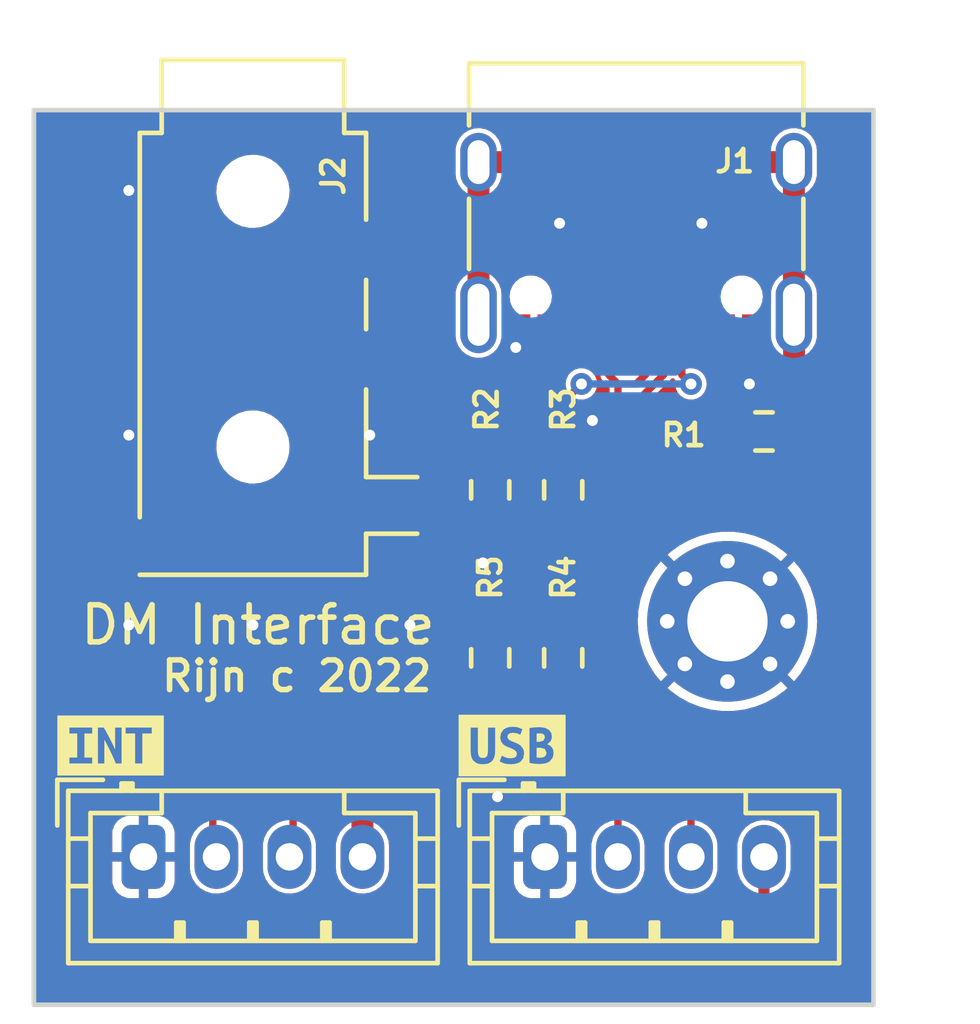
<source format=kicad_pcb>
(kicad_pcb (version 20211014) (generator pcbnew)
  (title_block (rev "1"))
  (layers (0 "F.Cu" signal "Front") (1 "In1.Cu" signal) (2 "In2.Cu" signal) (31 "B.Cu" signal "Back") (34 "B.Paste" user) (35 "F.Paste" user) (36 "B.SilkS" user "B.Silkscreen") (37 "F.SilkS" user "F.Silkscreen") (38 "B.Mask" user) (39 "F.Mask" user) (44 "Edge.Cuts" user))
  (net 0 "")
  (net 1 "GND")
  (net 2 "VBUS")
  (net 3 "Net-(J1-PadA5)")
  (net 4 "Net-(J1-PadA6)")
  (net 5 "Net-(J1-PadA7)")
  (net 7 "Net-(J1-PadB5)")
  (net 9 "Net-(J1-PadS1)")
  (net 10 "/SCL")
  (net 11 "/SDA")
  (net 12 "+5V")
  (net 13 "/D+")
  (net 14 "/D-")
  (footprint "Connector_USB:USB_C_Receptacle_XKB_U262-16XN-4BVC11" (layer "F.Cu") (at 66.5 52.5 180)
    (fp_text reference "J1" (at -2.7 1.1) (layer "F.SilkS") (effects (font (size 0.6096 0.6096) (thickness 0.127))))
    (fp_text value "USB_C_Receptacle_USB2.0")
    (fp_line (start -4.58 -1.85) (end -4.58 0.07) (layer "F.SilkS") (width 0.127))
    (fp_line (start 4.58 0.07) (end 4.58 -1.85) (layer "F.SilkS") (width 0.127))
    (fp_line (start 4.58 2.08) (end 4.58 3.785) (layer "F.SilkS") (width 0.127))
    (fp_line (start 4.58 3.785) (end -4.58 3.785) (layer "F.SilkS") (width 0.127))
    (fp_line (start -4.58 3.785) (end -4.58 2.08) (layer "F.SilkS") (width 0.127))
    (pad "" np_thru_hole circle (at -2.89 -2.605 180) (size 0.65 0.65) (drill 0.65) (layers *.Cu *.Mask))
    (pad "" np_thru_hole circle (at 2.89 -2.605 180) (size 0.65 0.65) (drill 0.65) (layers *.Cu *.Mask))
    (pad "A1" smd rect (at -3.35 -3.67 180) (size 0.3 1.15) (layers "F.Cu" "F.Paste" "F.Mask") (net 1 "GND"))
    (pad "A4" smd rect (at -2.55 -3.67 180) (size 0.3 1.15) (layers "F.Cu" "F.Paste" "F.Mask") (net 2 "VBUS"))
    (pad "A5" smd rect (at -1.25 -3.67 180) (size 0.3 1.15) (layers "F.Cu" "F.Paste" "F.Mask") (net 3 "Net-(J1-PadA5)"))
    (pad "A6" smd rect (at -0.25 -3.67 180) (size 0.3 1.15) (layers "F.Cu" "F.Paste" "F.Mask") (net 4 "Net-(J1-PadA6)"))
    (pad "A7" smd rect (at 0.25 -3.67 180) (size 0.3 1.15) (layers "F.Cu" "F.Paste" "F.Mask") (net 5 "Net-(J1-PadA7)"))
    (pad "A8" smd rect (at 1.25 -3.67 180) (size 0.3 1.15) (layers "F.Cu" "F.Paste" "F.Mask"))
    (pad "A9" smd rect (at 2.55 -3.67 180) (size 0.3 1.15) (layers "F.Cu" "F.Paste" "F.Mask") (net 2 "VBUS"))
    (pad "A12" smd rect (at 3.35 -3.67 180) (size 0.3 1.15) (layers "F.Cu" "F.Paste" "F.Mask") (net 1 "GND"))
    (pad "B1" smd rect (at 3.05 -3.67 180) (size 0.3 1.15) (layers "F.Cu" "F.Paste" "F.Mask") (net 1 "GND"))
    (pad "B4" smd rect (at 2.25 -3.67 180) (size 0.3 1.15) (layers "F.Cu" "F.Paste" "F.Mask") (net 2 "VBUS"))
    (pad "B5" smd rect (at 1.75 -3.67 180) (size 0.3 1.15) (layers "F.Cu" "F.Paste" "F.Mask") (net 7 "Net-(J1-PadB5)"))
    (pad "B6" smd rect (at 0.75 -3.67 180) (size 0.3 1.15) (layers "F.Cu" "F.Paste" "F.Mask") (net 4 "Net-(J1-PadA6)"))
    (pad "B7" smd rect (at -0.75 -3.67 180) (size 0.3 1.15) (layers "F.Cu" "F.Paste" "F.Mask") (net 5 "Net-(J1-PadA7)"))
    (pad "B8" smd rect (at -1.75 -3.67 180) (size 0.3 1.15) (layers "F.Cu" "F.Paste" "F.Mask"))
    (pad "B9" smd rect (at -2.25 -3.67 180) (size 0.3 1.15) (layers "F.Cu" "F.Paste" "F.Mask") (net 2 "VBUS"))
    (pad "B12" smd rect (at -3.05 -3.67 180) (size 0.3 1.15) (layers "F.Cu" "F.Paste" "F.Mask") (net 1 "GND"))
    (pad "S1" thru_hole oval (at -4.32 1.075 180) (size 1 1.6) (drill oval 0.6 1.2) (layers *.Cu *.Mask) (net 9 "Net-(J1-PadS1)"))
    (pad "S1" thru_hole oval (at 4.32 -3.105 180) (size 1 2.1) (drill oval 0.6 1.7) (layers *.Cu *.Mask) (net 9 "Net-(J1-PadS1)"))
    (pad "S1" thru_hole oval (at -4.32 -3.105 180) (size 1 2.1) (drill oval 0.6 1.7) (layers *.Cu *.Mask) (net 9 "Net-(J1-PadS1)"))
    (pad "S1" thru_hole oval (at 4.32 1.075 180) (size 1 1.6) (drill oval 0.6 1.2) (layers *.Cu *.Mask) (net 9 "Net-(J1-PadS1)"))
  )
  (footprint "Resistor_SMD:R_0603_1608Metric" (layer "F.Cu") (at 64.5 65 -90)
    (fp_text reference "R4" (at -2.2 0 90) (layer "F.SilkS") (effects (font (size 0.6096 0.6096) (thickness 0.127))))
    (fp_text value "22")
    (fp_line (start -0.237258 0.5225) (end 0.237258 0.5225) (layer "F.SilkS") (width 0.127))
    (fp_line (start -0.237258 -0.5225) (end 0.237258 -0.5225) (layer "F.SilkS") (width 0.127))
    (pad "1" smd roundrect (at -0.825 0 270) (size 0.8 0.95) (layers "F.Cu" "F.Paste" "F.Mask") (net 5 "Net-(J1-PadA7)"))
    (pad "2" smd roundrect (at 0.825 0 270) (size 0.8 0.95) (layers "F.Cu" "F.Paste" "F.Mask") (net 14 "/D-"))
  )
  (footprint "Connector_Audio:Jack_3.5mm_PJ320D_Horizontal" (layer "F.Cu") (at 56 57 -90)
    (fp_text reference "J2" (at -5.2 -2.2 90) (layer "F.SilkS") (effects (font (size 0.6096 0.6096) (thickness 0.127))))
    (fp_text value "AudioJack4_Ground")
    (fp_line (start 4.6 -3.1) (end 4.6 -4.5) (layer "F.SilkS") (width 0.127))
    (fp_line (start 0.65 -3.1) (end 3.05 -3.1) (layer "F.SilkS") (width 0.127))
    (fp_line (start -6.375 -2.5) (end -8.375 -2.5) (layer "F.SilkS") (width 0.127))
    (fp_line (start -8.375 -2.5) (end -8.375 2.5) (layer "F.SilkS") (width 0.127))
    (fp_line (start 4.6 -3.1) (end 5.725 -3.1) (layer "F.SilkS") (width 0.127))
    (fp_line (start -2.35 -3.1) (end -1 -3.1) (layer "F.SilkS") (width 0.127))
    (fp_line (start 3.05 -3.1) (end 3.05 -4.5) (layer "F.SilkS") (width 0.127))
    (fp_line (start 4.15 3.1) (end -6.375 3.1) (layer "F.SilkS") (width 0.127))
    (fp_line (start -6.375 -3.1) (end -4 -3.1) (layer "F.SilkS") (width 0.127))
    (fp_line (start -6.375 2.5) (end -8.375 2.5) (layer "F.SilkS") (width 0.127))
    (fp_line (start -6.375 2.5) (end -6.375 3.1) (layer "F.SilkS") (width 0.127))
    (fp_line (start 5.725 3.1) (end 5.725 -3.1) (layer "F.SilkS") (width 0.127))
    (fp_line (start -6.375 -3.1) (end -6.375 -2.5) (layer "F.SilkS") (width 0.127))
    (pad "" np_thru_hole circle (at -4.775 0 270) (size 1.5 1.5) (drill 1.5) (layers *.Cu *.Mask))
    (pad "" np_thru_hole circle (at 2.225 0 270) (size 1.5 1.5) (drill 1.5) (layers *.Cu *.Mask))
    (pad "R1" smd rect (at -0.175 -3.25 270) (size 1.2 2.5) (layers "F.Cu" "F.Paste" "F.Mask") (net 10 "/SCL"))
    (pad "R2" smd rect (at -3.175 -3.25 270) (size 1.2 2.5) (layers "F.Cu" "F.Paste" "F.Mask") (net 11 "/SDA"))
    (pad "S" smd rect (at 4.925 3.25 270) (size 1.2 2.5) (layers "F.Cu" "F.Paste" "F.Mask") (net 1 "GND"))
    (pad "T" smd rect (at 3.825 -3.25 270) (size 1.2 2.5) (layers "F.Cu" "F.Paste" "F.Mask") (net 12 "+5V"))
  )
  (footprint "kibuzzard-62C8FF7E" (layer "F.Cu") (at 63.1 67.4)
    (fp_text reference "kibuzzard-62C8FF7E" hide)
    (fp_text value "G***" hide)
    (fp_poly (pts (xy -1.135063 -0.843492) (xy -1.465792 -0.843492) (xy -1.465792 0.843492) (xy -1.135063 0.843492) (xy -0.803275 0.843492) (xy -0.803275 0.512762) (xy -0.890786 0.506214) (xy -0.962819 0.486569) (xy -1.065213 0.411162) (xy -1.097756 0.356791) (xy -1.119188 0.2921) (xy -1.131094 0.218281) (xy -1.135063 0.136525) (xy -1.135063 -0.490538) (xy -0.938213 -0.490538) (xy -0.938213 0.123825) (xy -0.931863 0.227806) (xy -0.910431 0.295275) (xy -0.868363 0.331787) (xy -0.8001 0.3429) (xy -0.731838 0.331787) (xy -0.688975 0.294481) (xy -0.66675 0.226219) (xy -0.6604 0.122237) (xy -0.6604 -0.490538) (xy -0.465138 -0.490538) (xy -0.465138 0.136525) (xy -0.469106 0.218281) (xy -0.481013 0.2921) (xy -0.502841 0.356791) (xy -0.536575 0.411162) (xy -0.582613 0.45462) (xy -0.64135 0.486569) (xy -0.714375 0.506214) (xy -0.803275 0.512762) (xy -0.803275 0.843492) (xy -0.034925 0.843492) (xy -0.034925 0.512762) (xy -0.144859 0.506214) (xy -0.230188 0.486569) (xy -0.339725 0.43815) (xy -0.282575 0.2794) (xy -0.180181 0.327025) (xy -0.114102 0.343694) (xy -0.034925 0.34925) (xy 0.046831 0.338931) (xy 0.098425 0.310356) (xy 0.124619 0.269081) (xy 0.131763 0.22225) (xy 0.1143 0.168275) (xy 0.06985 0.126206) (xy 0.009525 0.092869) (xy -0.05715 0.065087) (xy -0.149225 0.028575) (xy -0.235744 -0.023813) (xy -0.300037 -0.102394) (xy -0.325438 -0.219075) (xy -0.303014 -0.342106) (xy -0.235744 -0.434975) (xy -0.168451 -0.47819) (xy -0.086166 -0.504119) (xy 0.011112 -0.512763) (xy 0.095845 -0.507603) (xy 0.169069 -0.492125) (xy 0.282575 -0.446088) (xy 0.225425 -0.295275) (xy 0.137319 -0.333375) (xy 0.0254 -0.34925) (xy -0.061031 -0.336726) (xy -0.112889 -0.299156) (xy -0.130175 -0.236538) (xy -0.1143 -0.186531) (xy -0.073819 -0.148431) (xy -0.018256 -0.119063) (xy 0.042862 -0.09525) (xy 0.138906 -0.056356) (xy 0.230981 0.000794) (xy 0.300037 0.089694) (xy 0.320278 0.14982) (xy 0.327025 0.223837) (xy 0.304602 0.346273) (xy 0.237331 0.437356) (xy 0.167217 0.479249) (xy 0.076465 0.504384) (xy -0.034925 0.512762) (xy -0.034925 0.843492) (xy 0.7493 0.843492) (xy 0.7493 0.504825) (xy 0.683022 0.503039) (xy 0.614363 0.497681) (xy 0.544909 0.488752) (xy 0.47625 0.47625) (xy 0.47625 -0.477838) (xy 0.598487 -0.494506) (xy 0.73025 -0.50165) (xy 0.831056 -0.495895) (xy 0.911225 -0.478631) (xy 1.020763 -0.418306) (xy 1.074738 -0.334963) (xy 1.089025 -0.242888) (xy 1.080492 -0.177006) (xy 1.054894 -0.119063) (xy 0.963613 -0.033338) (xy 1.047552 0.009525) (xy 1.099344 0.065087) (xy 1.126133 0.128587) (xy 1.135063 0.195262) (xy 1.127522 0.27682) (xy 1.1049 0.343694) (xy 1.023144 0.438944) (xy 0.966788 0.469503) (xy 0.900906 0.489744) (xy 0.827683 0.501055) (xy 0.7493 0.504825) (xy 0.7493 0.843492) (xy 1.135063 0.843492) (xy 1.465792 0.843492) (xy 1.465792 -0.843492) (xy 1.135063 -0.843492) (xy -1.135063 -0.843492)) (layer "F.SilkS") (width 0) (fill solid))
    (fp_poly (pts (xy 0.747712 -0.100013) (xy 0.860425 -0.132556) (xy 0.898525 -0.22225) (xy 0.887413 -0.278606) (xy 0.85725 -0.311944) (xy 0.8128 -0.327819) (xy 0.760412 -0.331788) (xy 0.714375 -0.3302) (xy 0.671513 -0.325438) (xy 0.671513 -0.100013) (xy 0.747712 -0.100013)) (layer "F.SilkS") (width 0) (fill solid))
    (fp_poly (pts (xy 0.671513 0.061912) (xy 0.671513 0.328612) (xy 0.716756 0.333375) (xy 0.765175 0.334962) (xy 0.830263 0.329406) (xy 0.886619 0.308769) (xy 0.9271 0.265906) (xy 0.942975 0.195262) (xy 0.897731 0.092869) (xy 0.776288 0.061912) (xy 0.671513 0.061912)) (layer "F.SilkS") (width 0) (fill solid))
  )
  (footprint "kibuzzard-62C8FF78" (layer "F.Cu") (at 52.1 67.4)
    (fp_text reference "kibuzzard-62C8FF78" hide)
    (fp_text value "G***" hide)
    (fp_poly (pts (xy -1.127919 -0.82206) (xy -1.458648 -0.82206) (xy -1.458648 0.82206) (xy -1.127919 0.82206) (xy -1.127919 0.491331) (xy -1.127919 0.329406) (xy -0.913606 0.329406) (xy -0.913606 -0.329406) (xy -1.127919 -0.329406) (xy -1.127919 -0.491331) (xy -0.504031 -0.491331) (xy -0.504031 -0.329406) (xy -0.716756 -0.329406) (xy -0.716756 0.329406) (xy -0.504031 0.329406) (xy -0.504031 0.491331) (xy -1.127919 0.491331) (xy -1.127919 0.82206) (xy 0.143669 0.82206) (xy 0.143669 0.491331) (xy 0.097896 0.382411) (xy 0.049477 0.273667) (xy -0.001588 0.1651) (xy -0.055298 0.056533) (xy -0.111654 -0.052211) (xy -0.170656 -0.161131) (xy -0.170656 0.491331) (xy -0.346869 0.491331) (xy -0.346869 -0.491331) (xy -0.189706 -0.491331) (xy -0.145256 -0.418505) (xy -0.100806 -0.339725) (xy -0.056952 -0.258167) (xy -0.014287 -0.177006) (xy 0.026194 -0.097234) (xy 0.0635 -0.019844) (xy 0.096639 0.051594) (xy 0.124619 0.113506) (xy 0.124619 -0.491331) (xy 0.300831 -0.491331) (xy 0.300831 0.491331) (xy 0.143669 0.491331) (xy 0.143669 0.82206) (xy 0.869156 0.82206) (xy 0.869156 0.491331) (xy 0.672306 0.491331) (xy 0.672306 -0.329406) (xy 0.413544 -0.329406) (xy 0.413544 -0.491331) (xy 1.127919 -0.491331) (xy 1.127919 -0.329406) (xy 0.869156 -0.329406) (xy 0.869156 0.491331) (xy 0.869156 0.82206) (xy 1.127919 0.82206) (xy 1.458648 0.82206) (xy 1.458648 -0.82206) (xy 1.127919 -0.82206) (xy -1.127919 -0.82206)) (layer "F.SilkS") (width 0) (fill solid))
  )
  (footprint "Resistor_SMD:R_0603_1608Metric" (layer "F.Cu") (at 64.5 60.4 90)
    (fp_text reference "R3" (at 2.2 0 90) (layer "F.SilkS") (effects (font (size 0.6096 0.6096) (thickness 0.127))))
    (fp_text value "5.1K")
    (fp_line (start -0.237258 0.5225) (end 0.237258 0.5225) (layer "F.SilkS") (width 0.127))
    (fp_line (start -0.237258 -0.5225) (end 0.237258 -0.5225) (layer "F.SilkS") (width 0.127))
    (pad "1" smd roundrect (at -0.825 0 90) (size 0.8 0.95) (layers "F.Cu" "F.Paste" "F.Mask") (net 1 "GND"))
    (pad "2" smd roundrect (at 0.825 0 90) (size 0.8 0.95) (layers "F.Cu" "F.Paste" "F.Mask") (net 3 "Net-(J1-PadA5)"))
  )
  (footprint "Resistor_SMD:R_0603_1608Metric" (layer "F.Cu") (at 62.5 60.4 90)
    (fp_text reference "R2" (at 2.2 -0.1 90) (layer "F.SilkS") (effects (font (size 0.6096 0.6096) (thickness 0.127))))
    (fp_text value "5.1K")
    (fp_line (start -0.237258 0.5225) (end 0.237258 0.5225) (layer "F.SilkS") (width 0.127))
    (fp_line (start -0.237258 -0.5225) (end 0.237258 -0.5225) (layer "F.SilkS") (width 0.127))
    (pad "1" smd roundrect (at -0.825 0 90) (size 0.8 0.95) (layers "F.Cu" "F.Paste" "F.Mask") (net 1 "GND"))
    (pad "2" smd roundrect (at 0.825 0 90) (size 0.8 0.95) (layers "F.Cu" "F.Paste" "F.Mask") (net 7 "Net-(J1-PadB5)"))
  )
  (footprint "Resistor_SMD:R_0603_1608Metric" (layer "F.Cu") (at 62.5 65 -90)
    (fp_text reference "R5" (at -2.2 0 90) (layer "F.SilkS") (effects (font (size 0.6096 0.6096) (thickness 0.127))))
    (fp_text value "22")
    (fp_line (start -0.237258 0.5225) (end 0.237258 0.5225) (layer "F.SilkS") (width 0.127))
    (fp_line (start -0.237258 -0.5225) (end 0.237258 -0.5225) (layer "F.SilkS") (width 0.127))
    (pad "1" smd roundrect (at -0.825 0 270) (size 0.8 0.95) (layers "F.Cu" "F.Paste" "F.Mask") (net 4 "Net-(J1-PadA6)"))
    (pad "2" smd roundrect (at 0.825 0 270) (size 0.8 0.95) (layers "F.Cu" "F.Paste" "F.Mask") (net 13 "/D+"))
  )
  (footprint "Connector_JST:JST_PH_B4B-PH-K_1x04_P2.00mm_Vertical" (layer "F.Cu") (at 64 70.45)
    (fp_text reference "J4")
    (fp_text value "Conn_01x04_Female")
    (fp_line (start 2.9 2.3) (end 2.9 1.8) (layer "F.SilkS") (width 0.127))
    (fp_line (start 4.9 1.8) (end 5.1 1.8) (layer "F.SilkS") (width 0.127))
    (fp_line (start -2.36 -2.11) (end -2.36 -0.86) (layer "F.SilkS") (width 0.127))
    (fp_line (start -2.06 -1.81) (end -2.06 2.91) (layer "F.SilkS") (width 0.127))
    (fp_line (start 3 2.3) (end 3 1.8) (layer "F.SilkS") (width 0.127))
    (fp_line (start 8.06 -0.5) (end 7.45 -0.5) (layer "F.SilkS") (width 0.127))
    (fp_line (start 0.5 -1.2) (end -1.45 -1.2) (layer "F.SilkS") (width 0.127))
    (fp_line (start 5 2.3) (end 5 1.8) (layer "F.SilkS") (width 0.127))
    (fp_line (start 1 2.3) (end 1 1.8) (layer "F.SilkS") (width 0.127))
    (fp_line (start 4.9 2.3) (end 4.9 1.8) (layer "F.SilkS") (width 0.127))
    (fp_line (start 3.1 1.8) (end 3.1 2.3) (layer "F.SilkS") (width 0.127))
    (fp_line (start -0.3 -1.81) (end -0.3 -2.01) (layer "F.SilkS") (width 0.127))
    (fp_line (start 0.9 2.3) (end 0.9 1.8) (layer "F.SilkS") (width 0.127))
    (fp_line (start 8.06 0.8) (end 7.45 0.8) (layer "F.SilkS") (width 0.127))
    (fp_line (start 7.45 2.3) (end 7.45 -1.2) (layer "F.SilkS") (width 0.127))
    (fp_line (start 1.1 1.8) (end 1.1 2.3) (layer "F.SilkS") (width 0.127))
    (fp_line (start 0.9 1.8) (end 1.1 1.8) (layer "F.SilkS") (width 0.127))
    (fp_line (start -2.06 -0.5) (end -1.45 -0.5) (layer "F.SilkS") (width 0.127))
    (fp_line (start 8.06 2.91) (end 8.06 -1.81) (layer "F.SilkS") (width 0.127))
    (fp_line (start 8.06 -1.81) (end -2.06 -1.81) (layer "F.SilkS") (width 0.127))
    (fp_line (start -1.45 -1.2) (end -1.45 2.3) (layer "F.SilkS") (width 0.127))
    (fp_line (start -1.11 -2.11) (end -2.36 -2.11) (layer "F.SilkS") (width 0.127))
    (fp_line (start -0.3 -2.01) (end -0.6 -2.01) (layer "F.SilkS") (width 0.127))
    (fp_line (start -2.06 0.8) (end -1.45 0.8) (layer "F.SilkS") (width 0.127))
    (fp_line (start -2.06 2.91) (end 8.06 2.91) (layer "F.SilkS") (width 0.127))
    (fp_line (start -0.3 -1.91) (end -0.6 -1.91) (layer "F.SilkS") (width 0.127))
    (fp_line (start -1.45 2.3) (end 7.45 2.3) (layer "F.SilkS") (width 0.127))
    (fp_line (start 5.1 1.8) (end 5.1 2.3) (layer "F.SilkS") (width 0.127))
    (fp_line (start 2.9 1.8) (end 3.1 1.8) (layer "F.SilkS") (width 0.127))
    (fp_line (start 5.5 -1.2) (end 5.5 -1.81) (layer "F.SilkS") (width 0.127))
    (fp_line (start -0.6 -2.01) (end -0.6 -1.81) (layer "F.SilkS") (width 0.127))
    (fp_line (start 0.5 -1.81) (end 0.5 -1.2) (layer "F.SilkS") (width 0.127))
    (fp_line (start 7.45 -1.2) (end 5.5 -1.2) (layer "F.SilkS") (width 0.127))
    (pad "1" thru_hole roundrect (at 0 0) (size 1.2 1.75) (drill 0.75) (layers *.Cu *.Mask) (roundrect_rratio 0.208333) (net 1 "GND"))
    (pad "2" thru_hole oval (at 2 0) (size 1.2 1.75) (drill 0.75) (layers *.Cu *.Mask) (net 13 "/D+"))
    (pad "3" thru_hole oval (at 4 0) (size 1.2 1.75) (drill 0.75) (layers *.Cu *.Mask) (net 14 "/D-"))
    (pad "4" thru_hole oval (at 6 0) (size 1.2 1.75) (drill 0.75) (layers *.Cu *.Mask) (net 2 "VBUS"))
  )
  (footprint "Resistor_SMD:R_0603_1608Metric" (layer "F.Cu") (at 70 58.8 180)
    (fp_text reference "R1" (at 2.2 -0.1) (layer "F.SilkS") (effects (font (size 0.6096 0.6096) (thickness 0.127))))
    (fp_text value "0")
    (fp_line (start -0.237258 0.5225) (end 0.237258 0.5225) (layer "F.SilkS") (width 0.127))
    (fp_line (start -0.237258 -0.5225) (end 0.237258 -0.5225) (layer "F.SilkS") (width 0.127))
    (pad "1" smd roundrect (at -0.825 0 180) (size 0.8 0.95) (layers "F.Cu" "F.Paste" "F.Mask") (net 9 "Net-(J1-PadS1)"))
    (pad "2" smd roundrect (at 0.825 0 180) (size 0.8 0.95) (layers "F.Cu" "F.Paste" "F.Mask") (net 1 "GND"))
  )
  (footprint "Connector_JST:JST_PH_B4B-PH-K_1x04_P2.00mm_Vertical" (layer "F.Cu") (at 53 70.45)
    (fp_text reference "J3")
    (fp_text value "Conn_01x04_Female")
    (fp_line (start 1.1 1.8) (end 1.1 2.3) (layer "F.SilkS") (width 0.127))
    (fp_line (start -0.3 -2.01) (end -0.6 -2.01) (layer "F.SilkS") (width 0.127))
    (fp_line (start 5.5 -1.2) (end 5.5 -1.81) (layer "F.SilkS") (width 0.127))
    (fp_line (start -1.45 -1.2) (end -1.45 2.3) (layer "F.SilkS") (width 0.127))
    (fp_line (start -1.45 2.3) (end 7.45 2.3) (layer "F.SilkS") (width 0.127))
    (fp_line (start 3 2.3) (end 3 1.8) (layer "F.SilkS") (width 0.127))
    (fp_line (start 5.1 1.8) (end 5.1 2.3) (layer "F.SilkS") (width 0.127))
    (fp_line (start 5 2.3) (end 5 1.8) (layer "F.SilkS") (width 0.127))
    (fp_line (start -0.3 -1.91) (end -0.6 -1.91) (layer "F.SilkS") (width 0.127))
    (fp_line (start 7.45 -1.2) (end 5.5 -1.2) (layer "F.SilkS") (width 0.127))
    (fp_line (start -2.36 -2.11) (end -2.36 -0.86) (layer "F.SilkS") (width 0.127))
    (fp_line (start 4.9 1.8) (end 5.1 1.8) (layer "F.SilkS") (width 0.127))
    (fp_line (start 0.5 -1.81) (end 0.5 -1.2) (layer "F.SilkS") (width 0.127))
    (fp_line (start 3.1 1.8) (end 3.1 2.3) (layer "F.SilkS") (width 0.127))
    (fp_line (start -2.06 -0.5) (end -1.45 -0.5) (layer "F.SilkS") (width 0.127))
    (fp_line (start -0.6 -2.01) (end -0.6 -1.81) (layer "F.SilkS") (width 0.127))
    (fp_line (start 8.06 -0.5) (end 7.45 -0.5) (layer "F.SilkS") (width 0.127))
    (fp_line (start 0.5 -1.2) (end -1.45 -1.2) (layer "F.SilkS") (width 0.127))
    (fp_line (start -2.06 2.91) (end 8.06 2.91) (layer "F.SilkS") (width 0.127))
    (fp_line (start -0.3 -1.81) (end -0.3 -2.01) (layer "F.SilkS") (width 0.127))
    (fp_line (start 0.9 1.8) (end 1.1 1.8) (layer "F.SilkS") (width 0.127))
    (fp_line (start 8.06 -1.81) (end -2.06 -1.81) (layer "F.SilkS") (width 0.127))
    (fp_line (start 8.06 2.91) (end 8.06 -1.81) (layer "F.SilkS") (width 0.127))
    (fp_line (start 1 2.3) (end 1 1.8) (layer "F.SilkS") (width 0.127))
    (fp_line (start 4.9 2.3) (end 4.9 1.8) (layer "F.SilkS") (width 0.127))
    (fp_line (start 8.06 0.8) (end 7.45 0.8) (layer "F.SilkS") (width 0.127))
    (fp_line (start 0.9 2.3) (end 0.9 1.8) (layer "F.SilkS") (width 0.127))
    (fp_line (start 7.45 2.3) (end 7.45 -1.2) (layer "F.SilkS") (width 0.127))
    (fp_line (start -1.11 -2.11) (end -2.36 -2.11) (layer "F.SilkS") (width 0.127))
    (fp_line (start 2.9 1.8) (end 3.1 1.8) (layer "F.SilkS") (width 0.127))
    (fp_line (start -2.06 0.8) (end -1.45 0.8) (layer "F.SilkS") (width 0.127))
    (fp_line (start -2.06 -1.81) (end -2.06 2.91) (layer "F.SilkS") (width 0.127))
    (fp_line (start 2.9 2.3) (end 2.9 1.8) (layer "F.SilkS") (width 0.127))
    (pad "1" thru_hole roundrect (at 0 0) (size 1.2 1.75) (drill 0.75) (layers *.Cu *.Mask) (roundrect_rratio 0.208333) (net 1 "GND"))
    (pad "2" thru_hole oval (at 2 0) (size 1.2 1.75) (drill 0.75) (layers *.Cu *.Mask) (net 11 "/SDA"))
    (pad "3" thru_hole oval (at 4 0) (size 1.2 1.75) (drill 0.75) (layers *.Cu *.Mask) (net 10 "/SCL"))
    (pad "4" thru_hole oval (at 6 0) (size 1.2 1.75) (drill 0.75) (layers *.Cu *.Mask) (net 12 "+5V"))
  )
  (footprint "MountingHole:MountingHole_2.2mm_M2_Pad_Via" (layer "F.Cu") (at 69 64)
    (fp_text reference "H1")
    (fp_text value "MountingHole_Pad")
    (pad "1" thru_hole circle (at 1.65 0) (size 0.7 0.7) (drill 0.4) (layers *.Cu *.Mask) (net 1 "GND"))
    (pad "1" thru_hole circle (at -1.65 0) (size 0.7 0.7) (drill 0.4) (layers *.Cu *.Mask) (net 1 "GND"))
    (pad "1" thru_hole circle (at -1.166726 1.166726) (size 0.7 0.7) (drill 0.4) (layers *.Cu *.Mask) (net 1 "GND"))
    (pad "1" thru_hole circle (at 0 -1.65) (size 0.7 0.7) (drill 0.4) (layers *.Cu *.Mask) (net 1 "GND"))
    (pad "1" thru_hole circle (at -1.166726 -1.166726) (size 0.7 0.7) (drill 0.4) (layers *.Cu *.Mask) (net 1 "GND"))
    (pad "1" thru_hole circle (at 0 1.65) (size 0.7 0.7) (drill 0.4) (layers *.Cu *.Mask) (net 1 "GND"))
    (pad "1" thru_hole circle (at 0 0) (size 4.4 4.4) (drill 2.2) (layers *.Cu *.Mask) (net 1 "GND"))
    (pad "1" thru_hole circle (at 1.166726 -1.166726) (size 0.7 0.7) (drill 0.4) (layers *.Cu *.Mask) (net 1 "GND"))
    (pad "1" thru_hole circle (at 1.166726 1.166726) (size 0.7 0.7) (drill 0.4) (layers *.Cu *.Mask) (net 1 "GND"))
  )
  (gr_rect (start 50 50) (end 73 74.5) (layer "Edge.Cuts") (width 0.127) (fill none))
  (gr_text "DM Interface" (at 51.2 64.1) (layer "F.SilkS") (effects (font (size 1.016 1.016) (thickness 0.1524)) (justify left)))
  (gr_text "Rijn c 2022" (at 57.2 65.5) (layer "F.SilkS") (effects (font (size 0.8128 0.8128) (thickness 0.1524))))
  (via (at 52.6 52.2) (size 0.6) (drill 0.3) (layers "F.Cu" "B.Cu") (net 1))
  (via (at 65.3 58.5) (size 0.6) (drill 0.3) (layers "F.Cu" "B.Cu") (net 1))
  (via (at 64.4 53.1) (size 0.6) (drill 0.3) (layers "F.Cu" "B.Cu") (net 1))
  (via (at 63.2 56.5) (size 0.6) (drill 0.3) (layers "F.Cu" "B.Cu") (net 1))
  (via (at 52.6 64.1) (size 0.6) (drill 0.3) (layers "F.Cu" "B.Cu") (net 1))
  (via (at 60.3 64.1) (size 0.6) (drill 0.3) (layers "F.Cu" "B.Cu") (net 1))
  (via (at 52.6 58.9) (size 0.6) (drill 0.3) (layers "F.Cu" "B.Cu") (net 1))
  (via (at 62.7 68.8) (size 0.6) (drill 0.3) (layers "F.Cu" "B.Cu") (net 1))
  (via (at 62.3 62.4) (size 0.6) (drill 0.3) (layers "F.Cu" "B.Cu") (net 1))
  (via (at 56 64.1) (size 0.6) (drill 0.3) (layers "F.Cu" "B.Cu") (net 1))
  (via (at 68.3 53.1) (size 0.6) (drill 0.3) (layers "F.Cu" "B.Cu") (net 1))
  (via (at 69.6 57.5) (size 0.6) (drill 0.3) (layers "F.Cu" "B.Cu") (net 1))
  (via (at 59.2 58.9) (size 0.6) (drill 0.3) (layers "F.Cu" "B.Cu") (net 1))
  (segment (start 63.47892 57.12108) (end 61.5 59.1) (width 0.3048) (layer "F.Cu") (net 2))
  (segment (start 63.4 72.4) (end 69.4 72.4) (width 0.3048) (layer "F.Cu") (net 2))
  (segment (start 68.75 56.17) (end 68.75 55.493023) (width 0.3048) (layer "F.Cu") (net 2))
  (segment (start 61.5 70.5) (end 63.4 72.4) (width 0.3048) (layer "F.Cu") (net 2))
  (segment (start 70 71.8) (end 70 70.45) (width 0.3048) (layer "F.Cu") (net 2))
  (segment (start 63.95 56.17) (end 63.95 57.12108) (width 0.3048) (layer "F.Cu") (net 2))
  (segment (start 67.756977 54.5) (end 65.243023 54.5) (width 0.3048) (layer "F.Cu") (net 2))
  (segment (start 68.75 55.493023) (end 67.756977 54.5) (width 0.3048) (layer "F.Cu") (net 2))
  (segment (start 64.25 55.493023) (end 64.25 56.17) (width 0.3048) (layer "F.Cu") (net 2))
  (segment (start 69.4 72.4) (end 70 71.8) (width 0.3048) (layer "F.Cu") (net 2))
  (segment (start 61.5 59.1) (end 61.5 70.5) (width 0.3048) (layer "F.Cu") (net 2))
  (segment (start 65.243023 54.5) (end 64.25 55.493023) (width 0.3048) (layer "F.Cu") (net 2))
  (segment (start 63.95 57.12108) (end 63.47892 57.12108) (width 0.3048) (layer "F.Cu") (net 2))
  (segment (start 68 57.5) (end 67.75 57.25) (width 0.2) (layer "F.Cu") (net 3))
  (segment (start 67.75 57.25) (end 67.75 56.17) (width 0.2) (layer "F.Cu") (net 3))
  (segment (start 65 57.5) (end 64.5 58) (width 0.2) (layer "F.Cu") (net 3))
  (segment (start 64.5 58) (end 64.5 59.575) (width 0.2) (layer "F.Cu") (net 3))
  (via (at 68 57.5) (size 0.6) (drill 0.3) (layers "F.Cu" "B.Cu") (net 3))
  (via (at 65 57.5) (size 0.6) (drill 0.3) (layers "F.Cu" "B.Cu") (net 3))
  (segment (start 65 57.5) (end 68 57.5) (width 0.2) (layer "B.Cu") (net 3))
  (segment (start 66.75 57.25) (end 66.75 56.17) (width 0.2) (layer "F.Cu") (net 4))
  (segment (start 65.75 56.17) (end 65.75 57.25) (width 0.2) (layer "F.Cu") (net 4))
  (segment (start 63.2 62.5) (end 64.63823 62.5) (width 0.2) (layer "F.Cu") (net 4))
  (segment (start 62.5 64.175) (end 62.5 63.2) (width 0.2) (layer "F.Cu") (net 4))
  (segment (start 66 61.13823) (end 66 57.5) (width 0.2) (layer "F.Cu") (net 4))
  (segment (start 62.5 63.2) (end 63.2 62.5) (width 0.2) (layer "F.Cu") (net 4))
  (segment (start 66.5 57.5) (end 66.75 57.25) (width 0.2) (layer "F.Cu") (net 4))
  (segment (start 64.63823 62.5) (end 66 61.13823) (width 0.2) (layer "F.Cu") (net 4))
  (segment (start 66 57.5) (end 66.5 57.5) (width 0.2) (layer "F.Cu") (net 4))
  (segment (start 65.75 57.25) (end 66 57.5) (width 0.2) (layer "F.Cu") (net 4))
  (segment (start 67.25 55.25) (end 67 55) (width 0.2) (layer "F.Cu") (net 5))
  (segment (start 66.5 58) (end 67.25 57.25) (width 0.2) (layer "F.Cu") (net 5))
  (segment (start 66.5 61.1) (end 66.5 58) (width 0.2) (layer "F.Cu") (net 5))
  (segment (start 64.5 63.1) (end 66.5 61.1) (width 0.2) (layer "F.Cu") (net 5))
  (segment (start 67.25 57.25) (end 67.25 56.17) (width 0.2) (layer "F.Cu") (net 5))
  (segment (start 66.25 55.25) (end 66.25 56.17) (width 0.2) (layer "F.Cu") (net 5))
  (segment (start 67 55) (end 66.5 55) (width 0.2) (layer "F.Cu") (net 5))
  (segment (start 67.25 56.17) (end 67.25 55.25) (width 0.2) (layer "F.Cu") (net 5))
  (segment (start 64.5 64.175) (end 64.5 63.1) (width 0.2) (layer "F.Cu") (net 5))
  (segment (start 66.5 55) (end 66.25 55.25) (width 0.2) (layer "F.Cu") (net 5))
  (segment (start 62.5 59) (end 62.5 59.575) (width 0.2) (layer "F.Cu") (net 7))
  (segment (start 64.75 56.945) (end 64.195 57.5) (width 0.2) (layer "F.Cu") (net 7))
  (segment (start 64 57.5) (end 62.5 59) (width 0.2) (layer "F.Cu") (net 7))
  (segment (start 64.195 57.5) (end 64 57.5) (width 0.2) (layer "F.Cu") (net 7))
  (segment (start 64.75 56.17) (end 64.75 56.945) (width 0.2) (layer "F.Cu") (net 7))
  (segment (start 62.18 51.425) (end 70.82 51.425) (width 0.6) (layer "F.Cu") (net 9))
  (segment (start 70.82 55.605) (end 70.82 51.425) (width 0.6) (layer "F.Cu") (net 9))
  (segment (start 70.825 58.8) (end 70.825 55.61) (width 0.6) (layer "F.Cu") (net 9))
  (segment (start 70.825 55.61) (end 70.82 55.605) (width 0.6) (layer "F.Cu") (net 9))
  (segment (start 62.18 55.605) (end 62.18 51.425) (width 0.6) (layer "F.Cu") (net 9))
  (segment (start 57 70.45) (end 57.099521 70.350479) (width 0.2) (layer "F.Cu") (net 10))
  (segment (start 57.875 56.825) (end 59.25 56.825) (width 0.2) (layer "F.Cu") (net 10))
  (segment (start 57.099521 57.600479) (end 57.875 56.825) (width 0.2) (layer "F.Cu") (net 10))
  (segment (start 57.099521 70.350479) (end 57.099521 57.600479) (width 0.2) (layer "F.Cu") (net 10))
  (segment (start 54.900479 70.350479) (end 54.900479 55.299521) (width 0.2) (layer "F.Cu") (net 11))
  (segment (start 54.900479 55.299521) (end 56.375 53.825) (width 0.2) (layer "F.Cu") (net 11))
  (segment (start 55 70.45) (end 54.900479 70.350479) (width 0.2) (layer "F.Cu") (net 11))
  (segment (start 56.375 53.825) (end 59.25 53.825) (width 0.2) (layer "F.Cu") (net 11))
  (segment (start 59 70.45) (end 59 61.075) (width 0.6) (layer "F.Cu") (net 12))
  (segment (start 59 61.075) (end 59.25 60.825) (width 0.6) (layer "F.Cu") (net 12))
  (segment (start 62.5 65.825) (end 62.5 67) (width 0.2) (layer "F.Cu") (net 13))
  (segment (start 63.72652 68.22652) (end 65.5 68.22652) (width 0.2) (layer "F.Cu") (net 13))
  (segment (start 65.5 68.22652) (end 66 68.72652) (width 0.2) (layer "F.Cu") (net 13))
  (segment (start 66 68.72652) (end 66 70.45) (width 0.2) (layer "F.Cu") (net 13))
  (segment (start 62.5 67) (end 63.72652 68.22652) (width 0.2) (layer "F.Cu") (net 13))
  (segment (start 67.1 67.9) (end 68 68.8) (width 0.2) (layer "F.Cu") (net 14))
  (segment (start 65.6 67.9) (end 67.1 67.9) (width 0.2) (layer "F.Cu") (net 14))
  (segment (start 64.5 66.8) (end 65.6 67.9) (width 0.2) (layer "F.Cu") (net 14))
  (segment (start 64.5 65.825) (end 64.5 66.8) (width 0.2) (layer "F.Cu") (net 14))
  (segment (start 68 68.8) (end 68 70.45) (width 0.2) (layer "F.Cu") (net 14))
  (zone (net 1) (net_name "GND") (layers F&B.Cu) (connect_pads (clearance 0)) (min_thickness 0.127) (fill yes (thermal_gap 0.254) (thermal_bridge_width 0.254))
    (polygon (pts (xy 75 52) (xy 73 52) (xy 73 75) (xy 50 75) (xy 50 50) (xy 75 50)))
  )
)
</source>
